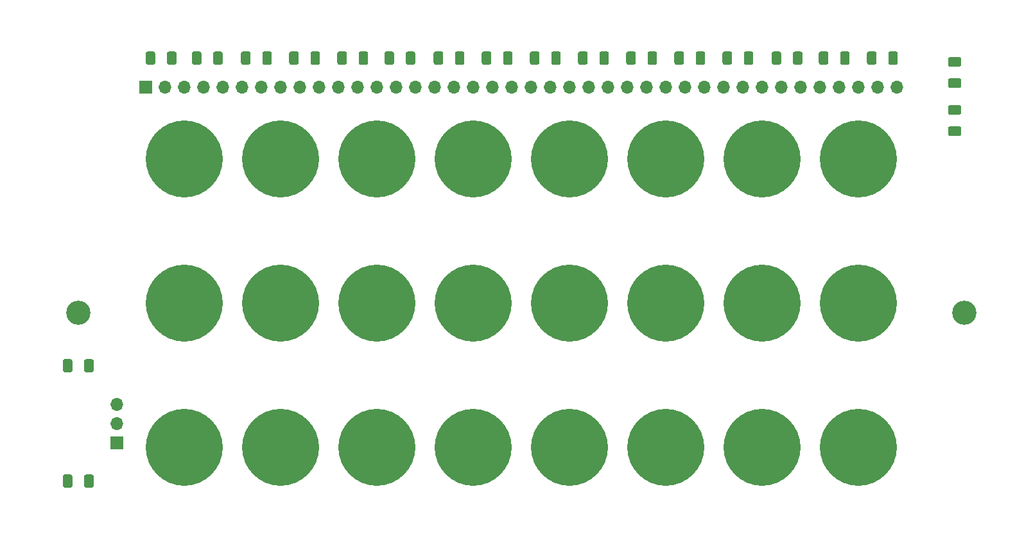
<source format=gbr>
G04 #@! TF.GenerationSoftware,KiCad,Pcbnew,5.1.8+dfsg1-1+b1*
G04 #@! TF.CreationDate,2021-05-11T12:49:47-05:00*
G04 #@! TF.ProjectId,front-panel,66726f6e-742d-4706-916e-656c2e6b6963,A*
G04 #@! TF.SameCoordinates,Original*
G04 #@! TF.FileFunction,Soldermask,Top*
G04 #@! TF.FilePolarity,Negative*
%FSLAX46Y46*%
G04 Gerber Fmt 4.6, Leading zero omitted, Abs format (unit mm)*
G04 Created by KiCad (PCBNEW 5.1.8+dfsg1-1+b1) date 2021-05-11 12:49:47*
%MOMM*%
%LPD*%
G01*
G04 APERTURE LIST*
%ADD10O,1.700000X1.700000*%
%ADD11R,1.700000X1.700000*%
%ADD12C,10.160000*%
%ADD13C,3.200000*%
G04 APERTURE END LIST*
D10*
X60960000Y-118110000D03*
X60960000Y-120650000D03*
D11*
X60960000Y-123190000D03*
D12*
X158750000Y-123825000D03*
X146050000Y-123825000D03*
X133350000Y-123825000D03*
X120650000Y-123825000D03*
X107950000Y-123825000D03*
X95250000Y-123825000D03*
X82550000Y-123825000D03*
X69850000Y-123825000D03*
G36*
G01*
X55105000Y-127645000D02*
X55105000Y-128895000D01*
G75*
G02*
X54855000Y-129145000I-250000J0D01*
G01*
X54105000Y-129145000D01*
G75*
G02*
X53855000Y-128895000I0J250000D01*
G01*
X53855000Y-127645000D01*
G75*
G02*
X54105000Y-127395000I250000J0D01*
G01*
X54855000Y-127395000D01*
G75*
G02*
X55105000Y-127645000I0J-250000D01*
G01*
G37*
G36*
G01*
X57905000Y-127645000D02*
X57905000Y-128895000D01*
G75*
G02*
X57655000Y-129145000I-250000J0D01*
G01*
X56905000Y-129145000D01*
G75*
G02*
X56655000Y-128895000I0J250000D01*
G01*
X56655000Y-127645000D01*
G75*
G02*
X56905000Y-127395000I250000J0D01*
G01*
X57655000Y-127395000D01*
G75*
G02*
X57905000Y-127645000I0J-250000D01*
G01*
G37*
G36*
G01*
X55105000Y-112405000D02*
X55105000Y-113655000D01*
G75*
G02*
X54855000Y-113905000I-250000J0D01*
G01*
X54105000Y-113905000D01*
G75*
G02*
X53855000Y-113655000I0J250000D01*
G01*
X53855000Y-112405000D01*
G75*
G02*
X54105000Y-112155000I250000J0D01*
G01*
X54855000Y-112155000D01*
G75*
G02*
X55105000Y-112405000I0J-250000D01*
G01*
G37*
G36*
G01*
X57905000Y-112405000D02*
X57905000Y-113655000D01*
G75*
G02*
X57655000Y-113905000I-250000J0D01*
G01*
X56905000Y-113905000D01*
G75*
G02*
X56655000Y-113655000I0J250000D01*
G01*
X56655000Y-112405000D01*
G75*
G02*
X56905000Y-112155000I250000J0D01*
G01*
X57655000Y-112155000D01*
G75*
G02*
X57905000Y-112405000I0J-250000D01*
G01*
G37*
D13*
X172720000Y-106045000D03*
X55880000Y-106045000D03*
D12*
X133350000Y-104775000D03*
G36*
G01*
X170825000Y-75070000D02*
X172075000Y-75070000D01*
G75*
G02*
X172325000Y-75320000I0J-250000D01*
G01*
X172325000Y-76070000D01*
G75*
G02*
X172075000Y-76320000I-250000J0D01*
G01*
X170825000Y-76320000D01*
G75*
G02*
X170575000Y-76070000I0J250000D01*
G01*
X170575000Y-75320000D01*
G75*
G02*
X170825000Y-75070000I250000J0D01*
G01*
G37*
G36*
G01*
X170825000Y-72270000D02*
X172075000Y-72270000D01*
G75*
G02*
X172325000Y-72520000I0J-250000D01*
G01*
X172325000Y-73270000D01*
G75*
G02*
X172075000Y-73520000I-250000J0D01*
G01*
X170825000Y-73520000D01*
G75*
G02*
X170575000Y-73270000I0J250000D01*
G01*
X170575000Y-72520000D01*
G75*
G02*
X170825000Y-72270000I250000J0D01*
G01*
G37*
G36*
G01*
X172075000Y-79870000D02*
X170825000Y-79870000D01*
G75*
G02*
X170575000Y-79620000I0J250000D01*
G01*
X170575000Y-78870000D01*
G75*
G02*
X170825000Y-78620000I250000J0D01*
G01*
X172075000Y-78620000D01*
G75*
G02*
X172325000Y-78870000I0J-250000D01*
G01*
X172325000Y-79620000D01*
G75*
G02*
X172075000Y-79870000I-250000J0D01*
G01*
G37*
G36*
G01*
X172075000Y-82670000D02*
X170825000Y-82670000D01*
G75*
G02*
X170575000Y-82420000I0J250000D01*
G01*
X170575000Y-81670000D01*
G75*
G02*
X170825000Y-81420000I250000J0D01*
G01*
X172075000Y-81420000D01*
G75*
G02*
X172325000Y-81670000I0J-250000D01*
G01*
X172325000Y-82420000D01*
G75*
G02*
X172075000Y-82670000I-250000J0D01*
G01*
G37*
X158750000Y-85725000D03*
X133350000Y-85725000D03*
X107950000Y-85725000D03*
X82550000Y-85725000D03*
X146050000Y-85725000D03*
X120650000Y-85725000D03*
X95250000Y-85725000D03*
X69850000Y-85725000D03*
X158750000Y-104775000D03*
X107950000Y-104775000D03*
X82550000Y-104775000D03*
X146050000Y-104775000D03*
X120650000Y-104775000D03*
X95250000Y-104775000D03*
X69850000Y-104775000D03*
G36*
G01*
X156350000Y-73015000D02*
X156350000Y-71765000D01*
G75*
G02*
X156600000Y-71515000I250000J0D01*
G01*
X157350000Y-71515000D01*
G75*
G02*
X157600000Y-71765000I0J-250000D01*
G01*
X157600000Y-73015000D01*
G75*
G02*
X157350000Y-73265000I-250000J0D01*
G01*
X156600000Y-73265000D01*
G75*
G02*
X156350000Y-73015000I0J250000D01*
G01*
G37*
G36*
G01*
X153550000Y-73015000D02*
X153550000Y-71765000D01*
G75*
G02*
X153800000Y-71515000I250000J0D01*
G01*
X154550000Y-71515000D01*
G75*
G02*
X154800000Y-71765000I0J-250000D01*
G01*
X154800000Y-73015000D01*
G75*
G02*
X154550000Y-73265000I-250000J0D01*
G01*
X153800000Y-73265000D01*
G75*
G02*
X153550000Y-73015000I0J250000D01*
G01*
G37*
G36*
G01*
X130950000Y-73015000D02*
X130950000Y-71765000D01*
G75*
G02*
X131200000Y-71515000I250000J0D01*
G01*
X131950000Y-71515000D01*
G75*
G02*
X132200000Y-71765000I0J-250000D01*
G01*
X132200000Y-73015000D01*
G75*
G02*
X131950000Y-73265000I-250000J0D01*
G01*
X131200000Y-73265000D01*
G75*
G02*
X130950000Y-73015000I0J250000D01*
G01*
G37*
G36*
G01*
X128150000Y-73015000D02*
X128150000Y-71765000D01*
G75*
G02*
X128400000Y-71515000I250000J0D01*
G01*
X129150000Y-71515000D01*
G75*
G02*
X129400000Y-71765000I0J-250000D01*
G01*
X129400000Y-73015000D01*
G75*
G02*
X129150000Y-73265000I-250000J0D01*
G01*
X128400000Y-73265000D01*
G75*
G02*
X128150000Y-73015000I0J250000D01*
G01*
G37*
G36*
G01*
X105550000Y-73015000D02*
X105550000Y-71765000D01*
G75*
G02*
X105800000Y-71515000I250000J0D01*
G01*
X106550000Y-71515000D01*
G75*
G02*
X106800000Y-71765000I0J-250000D01*
G01*
X106800000Y-73015000D01*
G75*
G02*
X106550000Y-73265000I-250000J0D01*
G01*
X105800000Y-73265000D01*
G75*
G02*
X105550000Y-73015000I0J250000D01*
G01*
G37*
G36*
G01*
X102750000Y-73015000D02*
X102750000Y-71765000D01*
G75*
G02*
X103000000Y-71515000I250000J0D01*
G01*
X103750000Y-71515000D01*
G75*
G02*
X104000000Y-71765000I0J-250000D01*
G01*
X104000000Y-73015000D01*
G75*
G02*
X103750000Y-73265000I-250000J0D01*
G01*
X103000000Y-73265000D01*
G75*
G02*
X102750000Y-73015000I0J250000D01*
G01*
G37*
G36*
G01*
X80150000Y-73015000D02*
X80150000Y-71765000D01*
G75*
G02*
X80400000Y-71515000I250000J0D01*
G01*
X81150000Y-71515000D01*
G75*
G02*
X81400000Y-71765000I0J-250000D01*
G01*
X81400000Y-73015000D01*
G75*
G02*
X81150000Y-73265000I-250000J0D01*
G01*
X80400000Y-73265000D01*
G75*
G02*
X80150000Y-73015000I0J250000D01*
G01*
G37*
G36*
G01*
X77350000Y-73015000D02*
X77350000Y-71765000D01*
G75*
G02*
X77600000Y-71515000I250000J0D01*
G01*
X78350000Y-71515000D01*
G75*
G02*
X78600000Y-71765000I0J-250000D01*
G01*
X78600000Y-73015000D01*
G75*
G02*
X78350000Y-73265000I-250000J0D01*
G01*
X77600000Y-73265000D01*
G75*
G02*
X77350000Y-73015000I0J250000D01*
G01*
G37*
G36*
G01*
X143650000Y-73015000D02*
X143650000Y-71765000D01*
G75*
G02*
X143900000Y-71515000I250000J0D01*
G01*
X144650000Y-71515000D01*
G75*
G02*
X144900000Y-71765000I0J-250000D01*
G01*
X144900000Y-73015000D01*
G75*
G02*
X144650000Y-73265000I-250000J0D01*
G01*
X143900000Y-73265000D01*
G75*
G02*
X143650000Y-73015000I0J250000D01*
G01*
G37*
G36*
G01*
X140850000Y-73015000D02*
X140850000Y-71765000D01*
G75*
G02*
X141100000Y-71515000I250000J0D01*
G01*
X141850000Y-71515000D01*
G75*
G02*
X142100000Y-71765000I0J-250000D01*
G01*
X142100000Y-73015000D01*
G75*
G02*
X141850000Y-73265000I-250000J0D01*
G01*
X141100000Y-73265000D01*
G75*
G02*
X140850000Y-73015000I0J250000D01*
G01*
G37*
G36*
G01*
X118250000Y-73015000D02*
X118250000Y-71765000D01*
G75*
G02*
X118500000Y-71515000I250000J0D01*
G01*
X119250000Y-71515000D01*
G75*
G02*
X119500000Y-71765000I0J-250000D01*
G01*
X119500000Y-73015000D01*
G75*
G02*
X119250000Y-73265000I-250000J0D01*
G01*
X118500000Y-73265000D01*
G75*
G02*
X118250000Y-73015000I0J250000D01*
G01*
G37*
G36*
G01*
X115450000Y-73015000D02*
X115450000Y-71765000D01*
G75*
G02*
X115700000Y-71515000I250000J0D01*
G01*
X116450000Y-71515000D01*
G75*
G02*
X116700000Y-71765000I0J-250000D01*
G01*
X116700000Y-73015000D01*
G75*
G02*
X116450000Y-73265000I-250000J0D01*
G01*
X115700000Y-73265000D01*
G75*
G02*
X115450000Y-73015000I0J250000D01*
G01*
G37*
G36*
G01*
X92850000Y-73015000D02*
X92850000Y-71765000D01*
G75*
G02*
X93100000Y-71515000I250000J0D01*
G01*
X93850000Y-71515000D01*
G75*
G02*
X94100000Y-71765000I0J-250000D01*
G01*
X94100000Y-73015000D01*
G75*
G02*
X93850000Y-73265000I-250000J0D01*
G01*
X93100000Y-73265000D01*
G75*
G02*
X92850000Y-73015000I0J250000D01*
G01*
G37*
G36*
G01*
X90050000Y-73015000D02*
X90050000Y-71765000D01*
G75*
G02*
X90300000Y-71515000I250000J0D01*
G01*
X91050000Y-71515000D01*
G75*
G02*
X91300000Y-71765000I0J-250000D01*
G01*
X91300000Y-73015000D01*
G75*
G02*
X91050000Y-73265000I-250000J0D01*
G01*
X90300000Y-73265000D01*
G75*
G02*
X90050000Y-73015000I0J250000D01*
G01*
G37*
G36*
G01*
X67580000Y-73015000D02*
X67580000Y-71765000D01*
G75*
G02*
X67830000Y-71515000I250000J0D01*
G01*
X68580000Y-71515000D01*
G75*
G02*
X68830000Y-71765000I0J-250000D01*
G01*
X68830000Y-73015000D01*
G75*
G02*
X68580000Y-73265000I-250000J0D01*
G01*
X67830000Y-73265000D01*
G75*
G02*
X67580000Y-73015000I0J250000D01*
G01*
G37*
G36*
G01*
X64780000Y-73015000D02*
X64780000Y-71765000D01*
G75*
G02*
X65030000Y-71515000I250000J0D01*
G01*
X65780000Y-71515000D01*
G75*
G02*
X66030000Y-71765000I0J-250000D01*
G01*
X66030000Y-73015000D01*
G75*
G02*
X65780000Y-73265000I-250000J0D01*
G01*
X65030000Y-73265000D01*
G75*
G02*
X64780000Y-73015000I0J250000D01*
G01*
G37*
D10*
X163830000Y-76200000D03*
X161290000Y-76200000D03*
X158750000Y-76200000D03*
X156210000Y-76200000D03*
X153670000Y-76200000D03*
X151130000Y-76200000D03*
X148590000Y-76200000D03*
X146050000Y-76200000D03*
X143510000Y-76200000D03*
X140970000Y-76200000D03*
X138430000Y-76200000D03*
X135890000Y-76200000D03*
X133350000Y-76200000D03*
X130810000Y-76200000D03*
X128270000Y-76200000D03*
X125730000Y-76200000D03*
X123190000Y-76200000D03*
X120650000Y-76200000D03*
X118110000Y-76200000D03*
X115570000Y-76200000D03*
X113030000Y-76200000D03*
X110490000Y-76200000D03*
X107950000Y-76200000D03*
X105410000Y-76200000D03*
X102870000Y-76200000D03*
X100330000Y-76200000D03*
X97790000Y-76200000D03*
X95250000Y-76200000D03*
X92710000Y-76200000D03*
X90170000Y-76200000D03*
X87630000Y-76200000D03*
X85090000Y-76200000D03*
X82550000Y-76200000D03*
X80010000Y-76200000D03*
X77470000Y-76200000D03*
X74930000Y-76200000D03*
X72390000Y-76200000D03*
X69850000Y-76200000D03*
X67310000Y-76200000D03*
D11*
X64770000Y-76200000D03*
G36*
G01*
X161150000Y-71765000D02*
X161150000Y-73015000D01*
G75*
G02*
X160900000Y-73265000I-250000J0D01*
G01*
X160150000Y-73265000D01*
G75*
G02*
X159900000Y-73015000I0J250000D01*
G01*
X159900000Y-71765000D01*
G75*
G02*
X160150000Y-71515000I250000J0D01*
G01*
X160900000Y-71515000D01*
G75*
G02*
X161150000Y-71765000I0J-250000D01*
G01*
G37*
G36*
G01*
X163950000Y-71765000D02*
X163950000Y-73015000D01*
G75*
G02*
X163700000Y-73265000I-250000J0D01*
G01*
X162950000Y-73265000D01*
G75*
G02*
X162700000Y-73015000I0J250000D01*
G01*
X162700000Y-71765000D01*
G75*
G02*
X162950000Y-71515000I250000J0D01*
G01*
X163700000Y-71515000D01*
G75*
G02*
X163950000Y-71765000I0J-250000D01*
G01*
G37*
G36*
G01*
X135750000Y-71765000D02*
X135750000Y-73015000D01*
G75*
G02*
X135500000Y-73265000I-250000J0D01*
G01*
X134750000Y-73265000D01*
G75*
G02*
X134500000Y-73015000I0J250000D01*
G01*
X134500000Y-71765000D01*
G75*
G02*
X134750000Y-71515000I250000J0D01*
G01*
X135500000Y-71515000D01*
G75*
G02*
X135750000Y-71765000I0J-250000D01*
G01*
G37*
G36*
G01*
X138550000Y-71765000D02*
X138550000Y-73015000D01*
G75*
G02*
X138300000Y-73265000I-250000J0D01*
G01*
X137550000Y-73265000D01*
G75*
G02*
X137300000Y-73015000I0J250000D01*
G01*
X137300000Y-71765000D01*
G75*
G02*
X137550000Y-71515000I250000J0D01*
G01*
X138300000Y-71515000D01*
G75*
G02*
X138550000Y-71765000I0J-250000D01*
G01*
G37*
G36*
G01*
X110350000Y-71765000D02*
X110350000Y-73015000D01*
G75*
G02*
X110100000Y-73265000I-250000J0D01*
G01*
X109350000Y-73265000D01*
G75*
G02*
X109100000Y-73015000I0J250000D01*
G01*
X109100000Y-71765000D01*
G75*
G02*
X109350000Y-71515000I250000J0D01*
G01*
X110100000Y-71515000D01*
G75*
G02*
X110350000Y-71765000I0J-250000D01*
G01*
G37*
G36*
G01*
X113150000Y-71765000D02*
X113150000Y-73015000D01*
G75*
G02*
X112900000Y-73265000I-250000J0D01*
G01*
X112150000Y-73265000D01*
G75*
G02*
X111900000Y-73015000I0J250000D01*
G01*
X111900000Y-71765000D01*
G75*
G02*
X112150000Y-71515000I250000J0D01*
G01*
X112900000Y-71515000D01*
G75*
G02*
X113150000Y-71765000I0J-250000D01*
G01*
G37*
G36*
G01*
X84950000Y-71765000D02*
X84950000Y-73015000D01*
G75*
G02*
X84700000Y-73265000I-250000J0D01*
G01*
X83950000Y-73265000D01*
G75*
G02*
X83700000Y-73015000I0J250000D01*
G01*
X83700000Y-71765000D01*
G75*
G02*
X83950000Y-71515000I250000J0D01*
G01*
X84700000Y-71515000D01*
G75*
G02*
X84950000Y-71765000I0J-250000D01*
G01*
G37*
G36*
G01*
X87750000Y-71765000D02*
X87750000Y-73015000D01*
G75*
G02*
X87500000Y-73265000I-250000J0D01*
G01*
X86750000Y-73265000D01*
G75*
G02*
X86500000Y-73015000I0J250000D01*
G01*
X86500000Y-71765000D01*
G75*
G02*
X86750000Y-71515000I250000J0D01*
G01*
X87500000Y-71515000D01*
G75*
G02*
X87750000Y-71765000I0J-250000D01*
G01*
G37*
G36*
G01*
X148580000Y-71765000D02*
X148580000Y-73015000D01*
G75*
G02*
X148330000Y-73265000I-250000J0D01*
G01*
X147580000Y-73265000D01*
G75*
G02*
X147330000Y-73015000I0J250000D01*
G01*
X147330000Y-71765000D01*
G75*
G02*
X147580000Y-71515000I250000J0D01*
G01*
X148330000Y-71515000D01*
G75*
G02*
X148580000Y-71765000I0J-250000D01*
G01*
G37*
G36*
G01*
X151380000Y-71765000D02*
X151380000Y-73015000D01*
G75*
G02*
X151130000Y-73265000I-250000J0D01*
G01*
X150380000Y-73265000D01*
G75*
G02*
X150130000Y-73015000I0J250000D01*
G01*
X150130000Y-71765000D01*
G75*
G02*
X150380000Y-71515000I250000J0D01*
G01*
X151130000Y-71515000D01*
G75*
G02*
X151380000Y-71765000I0J-250000D01*
G01*
G37*
G36*
G01*
X123050000Y-71765000D02*
X123050000Y-73015000D01*
G75*
G02*
X122800000Y-73265000I-250000J0D01*
G01*
X122050000Y-73265000D01*
G75*
G02*
X121800000Y-73015000I0J250000D01*
G01*
X121800000Y-71765000D01*
G75*
G02*
X122050000Y-71515000I250000J0D01*
G01*
X122800000Y-71515000D01*
G75*
G02*
X123050000Y-71765000I0J-250000D01*
G01*
G37*
G36*
G01*
X125850000Y-71765000D02*
X125850000Y-73015000D01*
G75*
G02*
X125600000Y-73265000I-250000J0D01*
G01*
X124850000Y-73265000D01*
G75*
G02*
X124600000Y-73015000I0J250000D01*
G01*
X124600000Y-71765000D01*
G75*
G02*
X124850000Y-71515000I250000J0D01*
G01*
X125600000Y-71515000D01*
G75*
G02*
X125850000Y-71765000I0J-250000D01*
G01*
G37*
G36*
G01*
X97520000Y-71765000D02*
X97520000Y-73015000D01*
G75*
G02*
X97270000Y-73265000I-250000J0D01*
G01*
X96520000Y-73265000D01*
G75*
G02*
X96270000Y-73015000I0J250000D01*
G01*
X96270000Y-71765000D01*
G75*
G02*
X96520000Y-71515000I250000J0D01*
G01*
X97270000Y-71515000D01*
G75*
G02*
X97520000Y-71765000I0J-250000D01*
G01*
G37*
G36*
G01*
X100320000Y-71765000D02*
X100320000Y-73015000D01*
G75*
G02*
X100070000Y-73265000I-250000J0D01*
G01*
X99320000Y-73265000D01*
G75*
G02*
X99070000Y-73015000I0J250000D01*
G01*
X99070000Y-71765000D01*
G75*
G02*
X99320000Y-71515000I250000J0D01*
G01*
X100070000Y-71515000D01*
G75*
G02*
X100320000Y-71765000I0J-250000D01*
G01*
G37*
G36*
G01*
X72120000Y-71765000D02*
X72120000Y-73015000D01*
G75*
G02*
X71870000Y-73265000I-250000J0D01*
G01*
X71120000Y-73265000D01*
G75*
G02*
X70870000Y-73015000I0J250000D01*
G01*
X70870000Y-71765000D01*
G75*
G02*
X71120000Y-71515000I250000J0D01*
G01*
X71870000Y-71515000D01*
G75*
G02*
X72120000Y-71765000I0J-250000D01*
G01*
G37*
G36*
G01*
X74920000Y-71765000D02*
X74920000Y-73015000D01*
G75*
G02*
X74670000Y-73265000I-250000J0D01*
G01*
X73920000Y-73265000D01*
G75*
G02*
X73670000Y-73015000I0J250000D01*
G01*
X73670000Y-71765000D01*
G75*
G02*
X73920000Y-71515000I250000J0D01*
G01*
X74670000Y-71515000D01*
G75*
G02*
X74920000Y-71765000I0J-250000D01*
G01*
G37*
M02*

</source>
